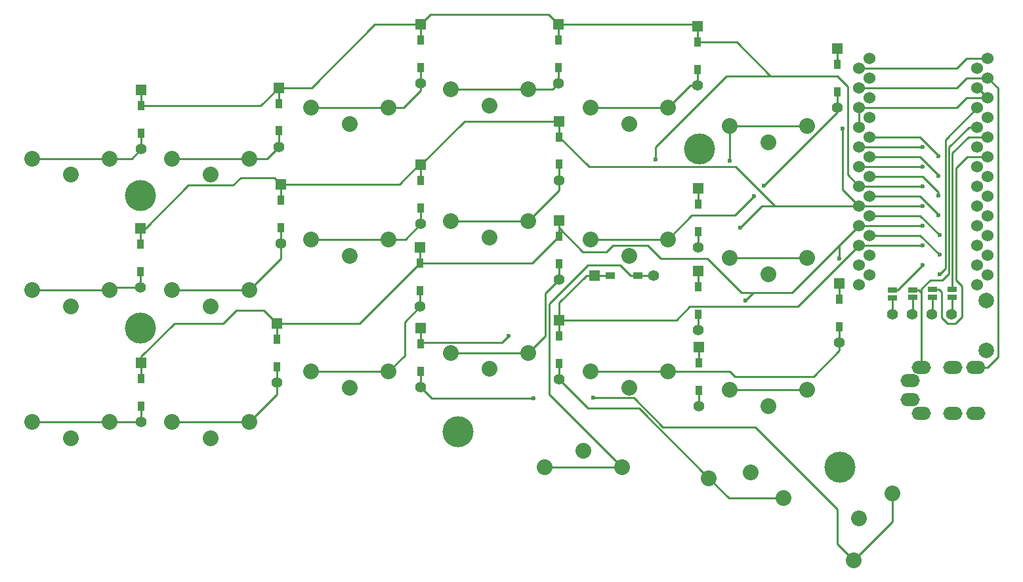
<source format=gbl>
G04 #@! TF.GenerationSoftware,KiCad,Pcbnew,(6.0.8-1)-1*
G04 #@! TF.CreationDate,2023-02-26T16:34:20+02:00*
G04 #@! TF.ProjectId,chococorne,63686f63-6f63-46f7-926e-652e6b696361,2.1*
G04 #@! TF.SameCoordinates,Original*
G04 #@! TF.FileFunction,Copper,L2,Bot*
G04 #@! TF.FilePolarity,Positive*
%FSLAX46Y46*%
G04 Gerber Fmt 4.6, Leading zero omitted, Abs format (unit mm)*
G04 Created by KiCad (PCBNEW (6.0.8-1)-1) date 2023-02-26 16:34:20*
%MOMM*%
%LPD*%
G01*
G04 APERTURE LIST*
G04 #@! TA.AperFunction,ComponentPad*
%ADD10R,1.397000X1.397000*%
G04 #@! TD*
G04 #@! TA.AperFunction,SMDPad,CuDef*
%ADD11R,0.950000X1.300000*%
G04 #@! TD*
G04 #@! TA.AperFunction,ComponentPad*
%ADD12C,1.397000*%
G04 #@! TD*
G04 #@! TA.AperFunction,SMDPad,CuDef*
%ADD13R,1.300000X0.950000*%
G04 #@! TD*
G04 #@! TA.AperFunction,ComponentPad*
%ADD14O,2.500000X1.700000*%
G04 #@! TD*
G04 #@! TA.AperFunction,ComponentPad*
%ADD15C,2.032000*%
G04 #@! TD*
G04 #@! TA.AperFunction,ComponentPad*
%ADD16C,1.524000*%
G04 #@! TD*
G04 #@! TA.AperFunction,ComponentPad*
%ADD17C,2.000000*%
G04 #@! TD*
G04 #@! TA.AperFunction,ComponentPad*
%ADD18C,4.000000*%
G04 #@! TD*
G04 #@! TA.AperFunction,SMDPad,CuDef*
%ADD19R,1.143000X0.635000*%
G04 #@! TD*
G04 #@! TA.AperFunction,ViaPad*
%ADD20C,0.600000*%
G04 #@! TD*
G04 #@! TA.AperFunction,Conductor*
%ADD21C,0.250000*%
G04 #@! TD*
G04 APERTURE END LIST*
D10*
X94750000Y-60230000D03*
D11*
X94750000Y-62265000D03*
X94750000Y-65815000D03*
D12*
X94750000Y-67850000D03*
D10*
X113030000Y-52070000D03*
D11*
X113030000Y-54105000D03*
D12*
X113030000Y-59690000D03*
D11*
X113030000Y-57655000D03*
D10*
X130810000Y-52070000D03*
D11*
X130810000Y-54105000D03*
D12*
X130810000Y-59690000D03*
D11*
X130810000Y-57655000D03*
D10*
X148775000Y-52315000D03*
D11*
X148775000Y-54350000D03*
D12*
X148775000Y-59935000D03*
D11*
X148775000Y-57900000D03*
D10*
X148850000Y-73215000D03*
D11*
X148850000Y-75250000D03*
D12*
X148850000Y-80835000D03*
D11*
X148850000Y-78800000D03*
X94980000Y-74765000D03*
D10*
X94980000Y-72730000D03*
D11*
X94980000Y-78315000D03*
D12*
X94980000Y-80350000D03*
D10*
X113030000Y-70215000D03*
D11*
X113030000Y-72250000D03*
X113030000Y-75800000D03*
D12*
X113030000Y-77835000D03*
D11*
X130920000Y-66585000D03*
D10*
X130920000Y-64550000D03*
D11*
X130920000Y-70135000D03*
D12*
X130920000Y-72170000D03*
D10*
X166825000Y-55165000D03*
D11*
X166825000Y-57200000D03*
D12*
X166825000Y-62785000D03*
D11*
X166825000Y-60750000D03*
D10*
X148875000Y-83890000D03*
D11*
X148875000Y-85925000D03*
D12*
X148875000Y-91510000D03*
D11*
X148875000Y-89475000D03*
D10*
X94480000Y-90665000D03*
D11*
X94480000Y-92700000D03*
D12*
X94480000Y-98285000D03*
D11*
X94480000Y-96250000D03*
X112950000Y-82900000D03*
D10*
X112950000Y-80865000D03*
D12*
X112950000Y-88485000D03*
D11*
X112950000Y-86450000D03*
D10*
X130890000Y-77370000D03*
D11*
X130890000Y-79405000D03*
X130890000Y-82955000D03*
D12*
X130890000Y-84990000D03*
D10*
X167050000Y-85540000D03*
D11*
X167050000Y-87575000D03*
X167050000Y-91125000D03*
D12*
X167050000Y-93160000D03*
D10*
X148950000Y-93740000D03*
D11*
X148950000Y-95775000D03*
D12*
X148950000Y-101360000D03*
D11*
X148950000Y-99325000D03*
D13*
X137495000Y-84480000D03*
D10*
X135460000Y-84480000D03*
D13*
X141045000Y-84480000D03*
D12*
X143080000Y-84480000D03*
D11*
X130910000Y-92295000D03*
D10*
X130910000Y-90260000D03*
D11*
X130910000Y-95845000D03*
D12*
X130910000Y-97880000D03*
D11*
X113000000Y-93325000D03*
D10*
X113000000Y-91290000D03*
D12*
X113000000Y-98910000D03*
D11*
X113000000Y-96875000D03*
D14*
X176160000Y-98070000D03*
X176160000Y-100520000D03*
X184660000Y-96320000D03*
X184660000Y-102270000D03*
X181660000Y-102270000D03*
X181660000Y-96320000D03*
X177660000Y-96320000D03*
X177660000Y-102270000D03*
D15*
X85910000Y-71480000D03*
X80910000Y-69380000D03*
X90910000Y-69380000D03*
X103910000Y-64920000D03*
X98910000Y-62820000D03*
X108910000Y-62820000D03*
X121910000Y-62560000D03*
X116910000Y-60460000D03*
X126910000Y-60460000D03*
X139910000Y-64920000D03*
X144910000Y-62820000D03*
X134910000Y-62820000D03*
X157910000Y-67300000D03*
X152910000Y-65200000D03*
X162910000Y-65200000D03*
X85910000Y-88480000D03*
X90910000Y-86380000D03*
X80910000Y-86380000D03*
X103910000Y-81920000D03*
X108910000Y-79820000D03*
X98910000Y-79820000D03*
X121910000Y-79550000D03*
X126910000Y-77450000D03*
X116910000Y-77450000D03*
X139910000Y-81920000D03*
X144910000Y-79820000D03*
X134910000Y-79820000D03*
X157910000Y-84300000D03*
X152910000Y-82200000D03*
X162910000Y-82200000D03*
X85910000Y-105485000D03*
X80910000Y-103385000D03*
X90910000Y-103385000D03*
X103910000Y-98925000D03*
X108910000Y-96825000D03*
X98910000Y-96825000D03*
X121910000Y-96550000D03*
X126910000Y-94450000D03*
X116910000Y-94450000D03*
X139910000Y-98925000D03*
X144910000Y-96825000D03*
X134910000Y-96825000D03*
X157910000Y-101300000D03*
X162910000Y-99200000D03*
X152910000Y-99200000D03*
X134010000Y-107090000D03*
X139010000Y-109190000D03*
X129010000Y-109190000D03*
X155587032Y-109881038D03*
X159873142Y-113203577D03*
X150213883Y-110615387D03*
X169550450Y-115840000D03*
X168869103Y-121220127D03*
X173869103Y-112559873D03*
D16*
X186166400Y-56432000D03*
X169620000Y-57702000D03*
X169620000Y-60242000D03*
X186166400Y-58972000D03*
X186166400Y-61512000D03*
X169620000Y-62782000D03*
X186166400Y-64052000D03*
X169620000Y-65322000D03*
X186166400Y-66592000D03*
X169620000Y-67862000D03*
X169620000Y-70402000D03*
X186166400Y-69132000D03*
X169620000Y-72942000D03*
X186166400Y-71672000D03*
X169620000Y-75482000D03*
X186166400Y-74212000D03*
X169620000Y-78022000D03*
X186166400Y-76752000D03*
X186166400Y-79292000D03*
X169620000Y-80562000D03*
X186166400Y-81832000D03*
X169620000Y-83102000D03*
X186166400Y-84372000D03*
X169620000Y-85642000D03*
X184860000Y-85642000D03*
X170946400Y-84372000D03*
X170946400Y-81832000D03*
X184860000Y-83102000D03*
X184860000Y-80562000D03*
X170946400Y-79292000D03*
X170946400Y-76752000D03*
X184860000Y-78022000D03*
X184860000Y-75482000D03*
X170946400Y-74212000D03*
X170946400Y-71672000D03*
X184860000Y-72942000D03*
X170946400Y-69132000D03*
X184860000Y-70402000D03*
X184860000Y-67862000D03*
X170946400Y-66592000D03*
X184860000Y-65322000D03*
X170946400Y-64052000D03*
X170946400Y-61512000D03*
X184860000Y-62782000D03*
X170946400Y-58972000D03*
X184860000Y-60242000D03*
X184860000Y-57702000D03*
X170946400Y-56432000D03*
D10*
X76850000Y-78365000D03*
D11*
X76850000Y-80400000D03*
X76850000Y-83950000D03*
D12*
X76850000Y-85985000D03*
D10*
X76975000Y-95715000D03*
D11*
X76975000Y-97750000D03*
D12*
X76975000Y-103335000D03*
D11*
X76975000Y-101300000D03*
D15*
X67910000Y-88480000D03*
X72910000Y-86380000D03*
X62910000Y-86380000D03*
X67910000Y-105500000D03*
X62910000Y-103400000D03*
X72910000Y-103400000D03*
X67910000Y-71480000D03*
X62910000Y-69380000D03*
X72910000Y-69380000D03*
D12*
X173930000Y-89440000D03*
X176470000Y-89440000D03*
X179010000Y-89440000D03*
X181550000Y-89440000D03*
D17*
X186030000Y-94180000D03*
X186030000Y-87680000D03*
D10*
X76975000Y-60565000D03*
D11*
X76975000Y-62600000D03*
X76975000Y-66150000D03*
D12*
X76975000Y-68185000D03*
D18*
X149025000Y-68125000D03*
X76870000Y-74150000D03*
X117820000Y-104650000D03*
X167140000Y-109200000D03*
X76870000Y-91290000D03*
D19*
X176480000Y-86309620D03*
X176480000Y-87310380D03*
X173930000Y-86339220D03*
X173930000Y-87339980D03*
X181640000Y-86259620D03*
X181640000Y-87260380D03*
X179060000Y-86279620D03*
X179060000Y-87280380D03*
D20*
X143300000Y-69475000D03*
X177800000Y-72942000D03*
X177800000Y-75482000D03*
X167500500Y-65500000D03*
X154260000Y-78283686D03*
X154950000Y-87675000D03*
X167050000Y-82250000D03*
X177800000Y-78022000D03*
X124330000Y-92295000D03*
X177800000Y-80562000D03*
X152925000Y-69700000D03*
X157285500Y-72925000D03*
X156024500Y-74275000D03*
X135250000Y-100250000D03*
X127600000Y-100350000D03*
X177800000Y-83100000D03*
X179832000Y-69088000D03*
X179832000Y-71628000D03*
X179832000Y-74168000D03*
X179832000Y-76708000D03*
X179959000Y-79248000D03*
X179959000Y-81788000D03*
X179959000Y-84328000D03*
X177800000Y-70402000D03*
X177800000Y-67862000D03*
D21*
X148750000Y-52070000D02*
X148890000Y-52210000D01*
X107100334Y-52070000D02*
X113030000Y-52070000D01*
X94750000Y-60230000D02*
X98940334Y-60230000D01*
X152507500Y-58717500D02*
X158082500Y-58717500D01*
X76975000Y-62600000D02*
X76975000Y-60565000D01*
X169620000Y-72942000D02*
X168125000Y-71447000D01*
X158082500Y-58717500D02*
X158182500Y-58717500D01*
X169620000Y-72942000D02*
X177800000Y-72942000D01*
X130810000Y-52070000D02*
X130810000Y-54105000D01*
X129540000Y-50800000D02*
X130810000Y-52070000D01*
X143300000Y-67925000D02*
X152507500Y-58717500D01*
X168125000Y-60075000D02*
X166767500Y-58717500D01*
X113030000Y-54105000D02*
X113030000Y-52070000D01*
X130810000Y-52070000D02*
X148750000Y-52070000D01*
X92380000Y-62600000D02*
X76975000Y-62600000D01*
X143300000Y-69475000D02*
X143300000Y-67925000D01*
X148775000Y-52315000D02*
X148775000Y-54350000D01*
X94750000Y-60230000D02*
X92380000Y-62600000D01*
X168125000Y-71447000D02*
X168125000Y-60075000D01*
X94750000Y-60230000D02*
X94750000Y-62265000D01*
X148850000Y-75250000D02*
X148850000Y-73215000D01*
X153815001Y-54350000D02*
X158182500Y-58717500D01*
X114300000Y-50800000D02*
X129540000Y-50800000D01*
X148775000Y-54350000D02*
X153815001Y-54350000D01*
X98940334Y-60230000D02*
X107100334Y-52070000D01*
X166767500Y-58717500D02*
X158082500Y-58717500D01*
X113030000Y-52070000D02*
X114300000Y-50800000D01*
X94104999Y-71854999D02*
X94980000Y-72730000D01*
X130920000Y-64550000D02*
X118695000Y-64550000D01*
X153700000Y-70450000D02*
X134785000Y-70450000D01*
X77535000Y-78365000D02*
X76850000Y-78365000D01*
X169620000Y-75482000D02*
X177800000Y-75482000D01*
X76850000Y-78365000D02*
X76850000Y-80400000D01*
X113030000Y-72250000D02*
X113030000Y-70215000D01*
X83078999Y-72821001D02*
X88841001Y-72821001D01*
X83078999Y-72821001D02*
X77535000Y-78365000D01*
X158732000Y-75482000D02*
X158757000Y-75482000D01*
X134785000Y-70450000D02*
X130920000Y-66585000D01*
X89807003Y-71854999D02*
X94104999Y-71854999D01*
X148875000Y-85925000D02*
X148875000Y-83890000D01*
X94980000Y-72730000D02*
X110270000Y-72730000D01*
X94980000Y-72730000D02*
X94980000Y-74765000D01*
X166825000Y-57200000D02*
X166825000Y-55165000D01*
X157061686Y-75482000D02*
X154260000Y-78283686D01*
X118695000Y-64550000D02*
X113030000Y-70215000D01*
X169620000Y-75482000D02*
X158757000Y-75482000D01*
X112785000Y-70215000D02*
X113030000Y-70215000D01*
X158757000Y-75482000D02*
X157061686Y-75482000D01*
X110270000Y-72730000D02*
X112785000Y-70215000D01*
X88841001Y-72821001D02*
X89807003Y-71854999D01*
X169620000Y-75482000D02*
X167500500Y-73362500D01*
X153700000Y-70450000D02*
X158732000Y-75482000D01*
X167500500Y-73362500D02*
X167500500Y-65500000D01*
X130920000Y-64550000D02*
X130920000Y-66585000D01*
X90910000Y-69380000D02*
X93220000Y-69380000D01*
X80910000Y-69380000D02*
X90910000Y-69380000D01*
X93220000Y-69380000D02*
X94750000Y-67850000D01*
X94750000Y-65815000D02*
X94750000Y-67850000D01*
X130890000Y-78318500D02*
X133971500Y-81400000D01*
X76975000Y-97750000D02*
X76975000Y-95715000D01*
X137821001Y-80578999D02*
X142353999Y-80578999D01*
X94480000Y-90665000D02*
X94480000Y-92700000D01*
X87545000Y-90665000D02*
X89255001Y-88954999D01*
X167050000Y-80650000D02*
X167021000Y-80621000D01*
X112950000Y-82900000D02*
X127395000Y-82900000D01*
X154950000Y-87675000D02*
X155925000Y-86700000D01*
X167050000Y-87575000D02*
X167050000Y-85540000D01*
X155925000Y-86675000D02*
X160967000Y-86675000D01*
X89255001Y-88954999D02*
X92769999Y-88954999D01*
X130890000Y-77370000D02*
X130890000Y-78318500D01*
X127395000Y-82900000D02*
X130890000Y-79405000D01*
X166900000Y-80742000D02*
X167021000Y-80621000D01*
X133971500Y-81400000D02*
X137000000Y-81400000D01*
X167021000Y-80621000D02*
X169620000Y-78022000D01*
X112950000Y-82900000D02*
X112950000Y-80865000D01*
X160967000Y-86675000D02*
X167021000Y-80621000D01*
X130890000Y-77370000D02*
X130890000Y-79405000D01*
X169620000Y-78022000D02*
X177800000Y-78022000D01*
X105185000Y-90665000D02*
X94480000Y-90665000D01*
X167050000Y-82250000D02*
X167050000Y-80650000D01*
X155925000Y-86700000D02*
X155925000Y-86675000D01*
X148950000Y-95775000D02*
X148950000Y-93740000D01*
X137000000Y-81400000D02*
X137821001Y-80578999D01*
X81235000Y-90665000D02*
X76975000Y-94925000D01*
X144050000Y-82275000D02*
X150025000Y-82275000D01*
X92769999Y-88954999D02*
X94480000Y-90665000D01*
X76975000Y-94925000D02*
X76975000Y-95715000D01*
X154425000Y-86675000D02*
X155925000Y-86675000D01*
X142353999Y-80578999D02*
X144050000Y-82275000D01*
X81235000Y-90665000D02*
X87545000Y-90665000D01*
X112950000Y-82900000D02*
X105185000Y-90665000D01*
X150025000Y-82275000D02*
X154425000Y-86675000D01*
X113030000Y-59690000D02*
X113030000Y-57655000D01*
X108910000Y-62820000D02*
X110780000Y-62820000D01*
X113030000Y-60570000D02*
X113030000Y-59690000D01*
X98910000Y-62820000D02*
X108910000Y-62820000D01*
X110780000Y-62820000D02*
X113030000Y-60570000D01*
X130910000Y-92295000D02*
X130910000Y-90260000D01*
X147760000Y-88500000D02*
X161700000Y-88500000D01*
X146000000Y-90260000D02*
X147760000Y-88500000D01*
X123516000Y-93109000D02*
X124330000Y-92295000D01*
X137495000Y-84480000D02*
X135460000Y-84480000D01*
X169620000Y-80580000D02*
X169620000Y-80562000D01*
X130910000Y-87990000D02*
X134420000Y-84480000D01*
X113000000Y-93325000D02*
X113000000Y-91290000D01*
X134420000Y-84480000D02*
X135460000Y-84480000D01*
X113216000Y-93109000D02*
X123516000Y-93109000D01*
X113000000Y-93325000D02*
X113216000Y-93109000D01*
X169620000Y-80562000D02*
X177800000Y-80562000D01*
X130910000Y-90260000D02*
X130910000Y-87990000D01*
X161700000Y-88500000D02*
X169620000Y-80580000D01*
X130910000Y-90260000D02*
X146000000Y-90260000D01*
X130040000Y-60460000D02*
X126910000Y-60460000D01*
X130810000Y-57655000D02*
X130810000Y-59690000D01*
X116910000Y-60460000D02*
X126910000Y-60460000D01*
X130810000Y-59690000D02*
X130040000Y-60460000D01*
X144910000Y-62820000D02*
X147795000Y-59935000D01*
X148775000Y-59935000D02*
X148775000Y-57900000D01*
X134910000Y-62820000D02*
X144910000Y-62820000D01*
X147795000Y-59935000D02*
X148775000Y-59935000D01*
X152910000Y-65200000D02*
X162910000Y-65200000D01*
X148850000Y-80835000D02*
X148850000Y-78800000D01*
X152910000Y-69685000D02*
X152925000Y-69700000D01*
X152910000Y-65200000D02*
X152910000Y-69685000D01*
X94980000Y-82310000D02*
X94980000Y-80350000D01*
X94980000Y-78315000D02*
X94980000Y-80350000D01*
X90910000Y-86380000D02*
X94980000Y-82310000D01*
X80910000Y-86380000D02*
X90910000Y-86380000D01*
X111065000Y-79800000D02*
X108930000Y-79800000D01*
X113030000Y-77835000D02*
X113030000Y-75800000D01*
X113030000Y-77835000D02*
X111065000Y-79800000D01*
X98910000Y-79820000D02*
X108910000Y-79820000D01*
X130920000Y-73440000D02*
X126910000Y-77450000D01*
X116910000Y-77450000D02*
X126910000Y-77450000D01*
X130920000Y-72170000D02*
X130920000Y-73440000D01*
X130920000Y-72170000D02*
X130920000Y-70135000D01*
X153599500Y-76700000D02*
X156024500Y-74275000D01*
X166825000Y-63385500D02*
X157285500Y-72925000D01*
X166825000Y-60750000D02*
X166825000Y-62785000D01*
X166825000Y-62785000D02*
X166825000Y-63385500D01*
X148030000Y-76700000D02*
X152800000Y-76700000D01*
X152800000Y-76700000D02*
X153035000Y-76700000D01*
X134910000Y-79820000D02*
X144910000Y-79820000D01*
X144910000Y-79820000D02*
X148030000Y-76700000D01*
X153035000Y-76700000D02*
X153599500Y-76700000D01*
X152910000Y-82200000D02*
X162910000Y-82200000D01*
X148875000Y-91510000D02*
X148875000Y-89475000D01*
X94480000Y-96250000D02*
X94480000Y-98285000D01*
X80910000Y-103385000D02*
X90910000Y-103385000D01*
X94480000Y-99815000D02*
X90910000Y-103385000D01*
X94480000Y-98285000D02*
X94480000Y-99815000D01*
X110950000Y-94785000D02*
X110950000Y-90485000D01*
X112950000Y-88485000D02*
X112950000Y-86450000D01*
X110950000Y-90485000D02*
X112950000Y-88485000D01*
X108910000Y-96825000D02*
X110950000Y-94785000D01*
X98910000Y-96825000D02*
X108910000Y-96825000D01*
X130890000Y-84990000D02*
X130890000Y-82955000D01*
X129100000Y-92260000D02*
X126910000Y-94450000D01*
X116910000Y-94450000D02*
X126910000Y-94450000D01*
X130890000Y-84990000D02*
X129100000Y-86780000D01*
X129100000Y-86780000D02*
X129100000Y-92260000D01*
X134910000Y-96825000D02*
X144910000Y-96825000D01*
X167050000Y-94147828D02*
X167050000Y-93160000D01*
X167050000Y-93160000D02*
X167050000Y-91125000D01*
X163708327Y-97489501D02*
X167050000Y-94147828D01*
X153539501Y-97489501D02*
X163708327Y-97489501D01*
X144910000Y-96825000D02*
X152875000Y-96825000D01*
X152875000Y-96825000D02*
X153539501Y-97489501D01*
X152910000Y-99200000D02*
X162910000Y-99200000D01*
X148950000Y-99325000D02*
X148950000Y-101360000D01*
X129600000Y-99780000D02*
X139010000Y-109190000D01*
X140145000Y-84480000D02*
X138765000Y-83100000D01*
X134600000Y-83100000D02*
X129600000Y-88100000D01*
X129600000Y-88100000D02*
X129600000Y-99780000D01*
X138765000Y-83100000D02*
X134600000Y-83100000D01*
X141045000Y-84480000D02*
X140145000Y-84480000D01*
X143080000Y-84480000D02*
X141045000Y-84480000D01*
X129010000Y-109190000D02*
X139010000Y-109190000D01*
X130910000Y-97880000D02*
X130910000Y-95845000D01*
X152802073Y-113203577D02*
X159873142Y-113203577D01*
X134630000Y-101600000D02*
X141198496Y-101600000D01*
X130910000Y-97880000D02*
X134630000Y-101600000D01*
X150213883Y-110615387D02*
X152802073Y-113203577D01*
X141198496Y-101600000D02*
X150213883Y-110615387D01*
X166800000Y-114600000D02*
X156225000Y-104025000D01*
X127600000Y-100350000D02*
X114440000Y-100350000D01*
X144259892Y-104025000D02*
X140500892Y-100266000D01*
X166800000Y-114600000D02*
X166800000Y-119151024D01*
X166800000Y-119151024D02*
X168869103Y-121220127D01*
X113000000Y-98910000D02*
X113000000Y-96875000D01*
X135266000Y-100266000D02*
X135250000Y-100250000D01*
X173869103Y-116220127D02*
X168869103Y-121220127D01*
X156225000Y-104025000D02*
X144259892Y-104025000D01*
X173869103Y-112559873D02*
X173869103Y-116220127D01*
X114440000Y-100350000D02*
X113000000Y-98910000D01*
X140500892Y-100266000D02*
X135266000Y-100266000D01*
X177800000Y-83100000D02*
X177800000Y-83100000D01*
X184860000Y-60242000D02*
X184896400Y-60242000D01*
X186166400Y-61512000D02*
X183471000Y-61512000D01*
X184896400Y-60242000D02*
X186166400Y-61512000D01*
X182201000Y-62782000D02*
X169620000Y-62782000D01*
X183471000Y-61512000D02*
X182201000Y-62782000D01*
X173930000Y-86339220D02*
X174560780Y-86339220D01*
X169620000Y-62782000D02*
X169620000Y-65322000D01*
X174560780Y-86339220D02*
X177800000Y-83100000D01*
X177660000Y-86668120D02*
X177660000Y-96320000D01*
X176480000Y-86309620D02*
X177301500Y-86309620D01*
X181189991Y-67914379D02*
X183782370Y-65322000D01*
X181189990Y-84210010D02*
X181189991Y-67914379D01*
X178765618Y-85100000D02*
X180300000Y-85100000D01*
X183782370Y-65322000D02*
X184860000Y-65322000D01*
X177660000Y-86205618D02*
X178765618Y-85100000D01*
X177301500Y-86309620D02*
X177660000Y-86668120D01*
X180300000Y-85100000D02*
X181189990Y-84210010D01*
X177660000Y-86668120D02*
X177660000Y-86205618D01*
X177455002Y-66592000D02*
X179832000Y-68968998D01*
X179832000Y-68968998D02*
X179832000Y-69088000D01*
X170946400Y-66592000D02*
X177455002Y-66592000D01*
X177455002Y-69132000D02*
X179832000Y-71508998D01*
X179832000Y-71508998D02*
X179832000Y-71628000D01*
X170946400Y-69132000D02*
X177455002Y-69132000D01*
X170946400Y-71672000D02*
X177760264Y-71672000D01*
X179832000Y-73743736D02*
X179832000Y-74168000D01*
X177760264Y-71672000D02*
X179832000Y-73743736D01*
X170946400Y-74212000D02*
X177455002Y-74212000D01*
X177455002Y-74212000D02*
X179832000Y-76588998D01*
X179832000Y-76588998D02*
X179832000Y-76708000D01*
X179951002Y-79248000D02*
X179959000Y-79248000D01*
X170946400Y-76752000D02*
X177455002Y-76752000D01*
X177455002Y-76752000D02*
X179951002Y-79248000D01*
X170946400Y-79292000D02*
X177455002Y-79292000D01*
X179951002Y-81788000D02*
X179959000Y-81788000D01*
X177455002Y-79292000D02*
X179951002Y-81788000D01*
X182198000Y-57702000D02*
X183468000Y-56432000D01*
X169620000Y-57702000D02*
X182198000Y-57702000D01*
X183468000Y-56432000D02*
X186166400Y-56432000D01*
X186160000Y-96320000D02*
X187500000Y-94980000D01*
X183428000Y-58972000D02*
X186166400Y-58972000D01*
X184660000Y-96320000D02*
X186160000Y-96320000D01*
X187500000Y-94980000D02*
X187500000Y-60305600D01*
X169620000Y-60242000D02*
X182158000Y-60242000D01*
X187500000Y-60305600D02*
X186166400Y-58972000D01*
X182158000Y-60242000D02*
X183428000Y-58972000D01*
X179959000Y-84328000D02*
X179959000Y-84328000D01*
X184860000Y-62782000D02*
X180721000Y-66921000D01*
X180721000Y-66921000D02*
X180721000Y-83566000D01*
X180721000Y-83566000D02*
X179959000Y-84328000D01*
X182880000Y-89820000D02*
X182880000Y-85880000D01*
X182880000Y-85880000D02*
X182090010Y-85090010D01*
X180978000Y-90678000D02*
X182022000Y-90678000D01*
X180213000Y-86611120D02*
X180213000Y-89913000D01*
X179881500Y-86279620D02*
X180213000Y-86611120D01*
X182090010Y-85090010D02*
X182090010Y-70609990D01*
X180213000Y-89913000D02*
X180978000Y-90678000D01*
X182090010Y-70609990D02*
X183568000Y-69132000D01*
X183568000Y-69132000D02*
X186166400Y-69132000D01*
X169620000Y-70402000D02*
X177800000Y-70402000D01*
X182022000Y-90678000D02*
X182880000Y-89820000D01*
X179060000Y-86279620D02*
X179881500Y-86279620D01*
X183708000Y-66592000D02*
X181640000Y-68660000D01*
X169620000Y-67862000D02*
X177800000Y-67862000D01*
X181640000Y-68660000D02*
X181640000Y-86259620D01*
X186166400Y-66592000D02*
X183708000Y-66592000D01*
X173930000Y-87339980D02*
X173930000Y-89440000D01*
X176480000Y-87310380D02*
X176480000Y-89430000D01*
X176480000Y-89430000D02*
X176470000Y-89440000D01*
X181640000Y-87260380D02*
X181640000Y-89350000D01*
X181640000Y-89350000D02*
X181550000Y-89440000D01*
X179060000Y-87280380D02*
X179060000Y-89390000D01*
X179060000Y-89390000D02*
X179010000Y-89440000D01*
X75780000Y-69380000D02*
X76975000Y-68185000D01*
X76975000Y-68185000D02*
X76975000Y-66150000D01*
X62910000Y-69380000D02*
X72910000Y-69380000D01*
X72910000Y-69380000D02*
X75780000Y-69380000D01*
X73305000Y-85985000D02*
X72910000Y-86380000D01*
X76850000Y-85985000D02*
X73305000Y-85985000D01*
X62910000Y-86380000D02*
X72910000Y-86380000D01*
X76850000Y-85985000D02*
X76850000Y-83950000D01*
X72910000Y-103400000D02*
X76910000Y-103400000D01*
X76975000Y-103335000D02*
X76975000Y-101300000D01*
X76910000Y-103400000D02*
X76975000Y-103335000D01*
X62910000Y-103400000D02*
X72910000Y-103400000D01*
M02*

</source>
